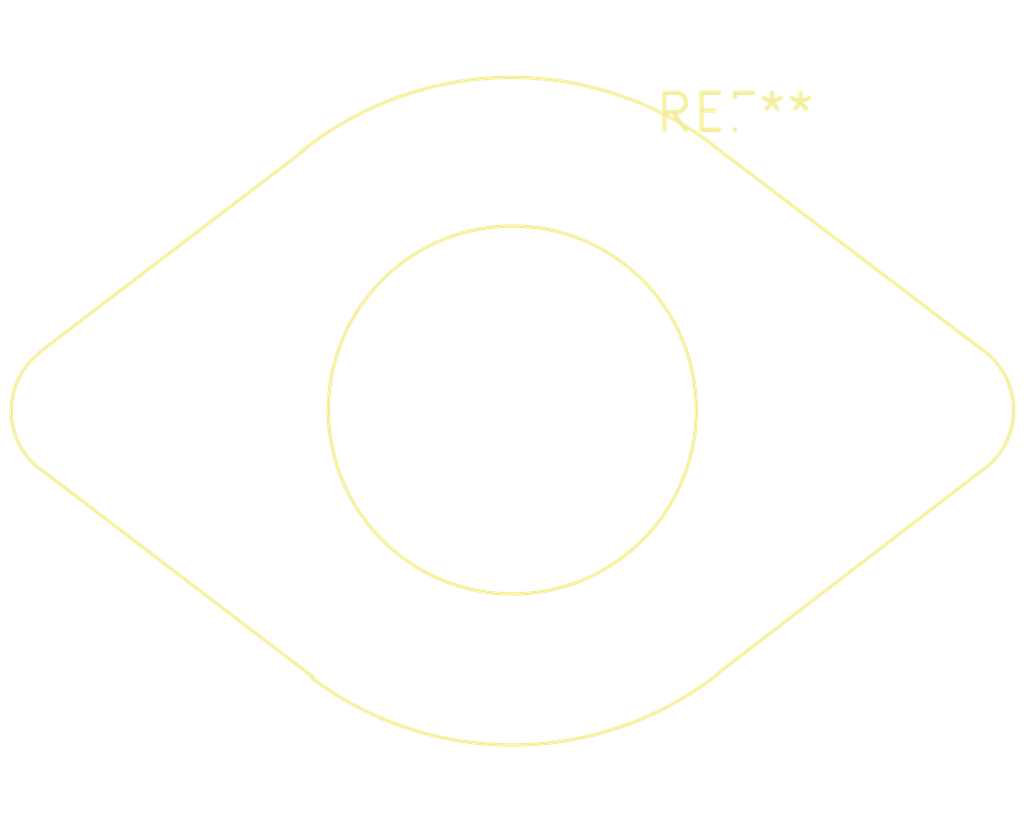
<source format=kicad_pcb>
(kicad_pcb (version 20240108) (generator pcbnew)
  (layers (0 "F.Cu" signal) (31 "B.Cu" signal) (34 "B.Paste" user) (35 "F.Paste" user) (36 "B.SilkS" user "B.Silkscreen") (37 "F.SilkS" user "F.Silkscreen") (38 "B.Mask" user) (39 "F.Mask" user) (44 "Edge.Cuts" user))
  (net 0 "")
  (footprint "Valve_Noval_G" (layer "F.Cu") (at 0 0)
    (property "Reference" "REF**")
    (property "Value" "Valve_Noval_G")
    (fp_line (start -23.75 8.15) (end -14.73 1.27) (layer "F.SilkS") (stroke (width 0.12)))
    (fp_line (start -23.75 12.19) (end -14.43 19.3) (layer "F.SilkS") (stroke (width 0.12)))
    (fp_line (start 8.66 12.06) (end -0.63 19.2) (layer "F.SilkS") (stroke (width 0.12)))
    (fp_line (start 8.69 8.28) (end -0.74 1.12) (layer "F.SilkS") (stroke (width 0.12)))
    (fp_arc (start -23.7 12.24) (mid -24.76061 10.23284) (end -23.769096 8.190664) (layer "F.SilkS") (stroke (width 0.12)))
    (fp_arc (start -14.83 1.32) (mid -7.774859 -1.216675) (end -0.665972 1.16523) (layer "F.SilkS") (stroke (width 0.12)))
    (fp_arc (start -0.57 19.18) (mid -7.50736 21.618362) (end -14.491513 19.317453) (layer "F.SilkS") (stroke (width 0.12)))
    (fp_arc (start 8.69 8.28) (mid 9.524064 10.214038) (end 8.60831 12.110762) (layer "F.SilkS") (stroke (width 0.12)))
    (fp_circle (center -7.62 10.16) (end -12.07 14.61) (layer "F.SilkS") (stroke (width 0.12)) (fill none))
    (pad "" thru_hole circle (at 6.99 10.16) (size 4.5 4.5) (drill 4) (layers *.Cu *.Mask) (remove_unused_layers))
    (pad "1" thru_hole rect (at 0 0) (size 1.78 1.78) (drill 1) (layers *.Cu *.Mask) (remove_unused_layers))
    (pad "2" thru_hole circle (at -22.23 10.16) (size 4.5 4.5) (drill 4) (layers *.Cu *.Mask) (remove_unused_layers))
    (pad "2" thru_hole circle (at -7.62 -2.54) (size 1.78 1.78) (drill 1) (layers *.Cu *.Mask) (remove_unused_layers))
    (pad "3" thru_hole circle (at -15.24 0) (size 1.78 1.78) (drill 1) (layers *.Cu *.Mask) (remove_unused_layers))
    (pad "4" thru_hole circle (at -20.32 3.81) (size 1.78 1.78) (drill 1) (layers *.Cu *.Mask) (remove_unused_layers))
    (pad "5" thru_hole circle (at -20.32 16.51) (size 1.78 1.78) (drill 1) (layers *.Cu *.Mask) (remove_unused_layers))
    (pad "6" thru_hole circle (at -15.24 20.32) (size 1.78 1.78) (drill 1) (layers *.Cu *.Mask) (remove_unused_layers))
    (pad "7" thru_hole circle (at -7.62 22.86) (size 1.78 1.78) (drill 1) (layers *.Cu *.Mask) (remove_unused_layers))
    (pad "8" thru_hole circle (at 0 20.32) (size 1.78 1.78) (drill 1) (layers *.Cu *.Mask) (remove_unused_layers))
    (pad "9" thru_hole circle (at 5.08 16.51) (size 1.78 1.78) (drill 1) (layers *.Cu *.Mask) (remove_unused_layers))
  )
)
</source>
